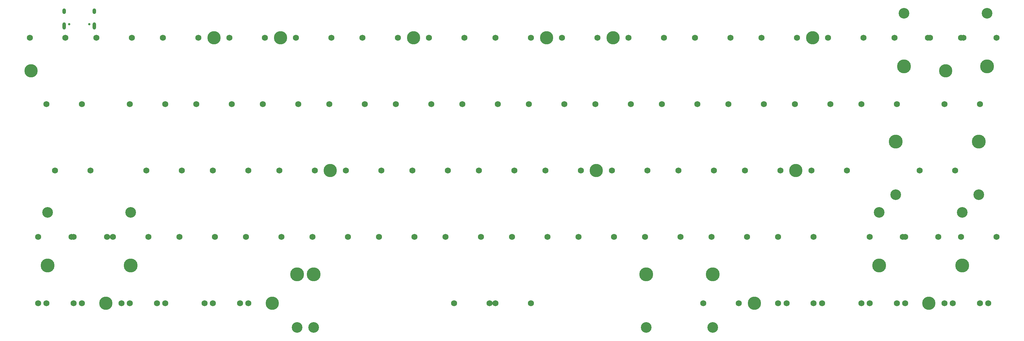
<source format=gbr>
%TF.GenerationSoftware,KiCad,Pcbnew,8.0.6*%
%TF.CreationDate,2024-12-01T17:55:37+07:00*%
%TF.ProjectId,Heart HE 60,48656172-7420-4484-9520-36302e6b6963,rev?*%
%TF.SameCoordinates,Original*%
%TF.FileFunction,Soldermask,Top*%
%TF.FilePolarity,Negative*%
%FSLAX46Y46*%
G04 Gerber Fmt 4.6, Leading zero omitted, Abs format (unit mm)*
G04 Created by KiCad (PCBNEW 8.0.6) date 2024-12-01 17:55:37*
%MOMM*%
%LPD*%
G01*
G04 APERTURE LIST*
%ADD10C,3.800000*%
%ADD11C,1.750000*%
%ADD12C,3.987800*%
%ADD13C,3.048000*%
%ADD14C,0.650000*%
%ADD15O,1.000000X1.600000*%
%ADD16O,1.000000X2.100000*%
G04 APERTURE END LIST*
D10*
%TO.C,H11*%
X219075000Y0D03*
%TD*%
%TO.C,H13*%
X214312500Y-38100000D03*
%TD*%
%TO.C,H14*%
X64293750Y-76200000D03*
%TD*%
%TO.C,H10*%
X161925000Y0D03*
%TD*%
%TO.C,H4*%
X80962500Y-38100000D03*
%TD*%
%TO.C,H18*%
X257175000Y-9525000D03*
%TD*%
%TO.C,H6*%
X16668750Y-76200000D03*
%TD*%
%TO.C,H12*%
X-4762500Y-9525000D03*
%TD*%
%TO.C,H8*%
X142875000Y0D03*
%TD*%
%TO.C,H17*%
X252412500Y-76200000D03*
%TD*%
%TO.C,H9*%
X104775000Y0D03*
%TD*%
%TO.C,H15*%
X202406250Y-76200000D03*
%TD*%
%TO.C,H5*%
X66675000Y0D03*
%TD*%
%TO.C,H3*%
X47625000Y0D03*
%TD*%
%TO.C,H7*%
X157162500Y-38100000D03*
%TD*%
D11*
%TO.C,U25*%
X47942499Y-57150000D03*
X37782501Y-57150000D03*
%TD*%
%TO.C,U23*%
X52704999Y-19050000D03*
X42545001Y-19050000D03*
%TD*%
%TO.C,U30*%
X76517499Y-38100000D03*
X66357501Y-38100000D03*
%TD*%
%TO.C,U66*%
X190817499Y-38100000D03*
X180657501Y-38100000D03*
%TD*%
%TO.C,U75*%
X7461250Y-57150000D03*
X-2698750Y-57150000D03*
%TD*%
%TO.C,U72*%
X209867499Y-38100000D03*
X199707501Y-38100000D03*
%TD*%
%TO.C,U79*%
X219392499Y-57150000D03*
X209232501Y-57150000D03*
%TD*%
%TO.C,U68*%
X267017500Y-76200000D03*
X256857500Y-76200000D03*
%TD*%
%TO.C,U55*%
X143192499Y-57150000D03*
X133032501Y-57150000D03*
%TD*%
%TO.C,U82*%
X233679999Y0D03*
X223520001Y0D03*
%TD*%
%TO.C,U77*%
X224154999Y-19050000D03*
X213995001Y-19050000D03*
%TD*%
%TO.C,U58*%
X157479999Y0D03*
X147320001Y0D03*
%TD*%
%TO.C,U31*%
X66992499Y-57150000D03*
X56832501Y-57150000D03*
%TD*%
%TO.C,U89*%
X267017500Y-19050000D03*
X256857500Y-19050000D03*
%TD*%
%TO.C,U37*%
X86042499Y-57150000D03*
X75882501Y-57150000D03*
%TD*%
%TO.C,U18*%
X38417499Y-38100000D03*
X28257501Y-38100000D03*
%TD*%
%TO.C,U65*%
X186054999Y-19050000D03*
X175895001Y-19050000D03*
%TD*%
%TO.C,U10*%
X5079999Y0D03*
X-5079999Y0D03*
%TD*%
%TO.C,U26*%
X55086250Y-76200000D03*
X44926250Y-76200000D03*
%TD*%
%TO.C,U12*%
X12223750Y-38100000D03*
X2063750Y-38100000D03*
%TD*%
%TO.C,U83*%
X243204999Y-19050000D03*
X233045001Y-19050000D03*
%TD*%
D12*
%TO.C,U33*%
X23812500Y-65405000D03*
D13*
X23812500Y-50165000D03*
D11*
X16986250Y-57150000D03*
X6826250Y-57150000D03*
D12*
X0Y-65405000D03*
D13*
X0Y-50165000D03*
%TD*%
D11*
%TO.C,U17*%
X33654999Y-19050000D03*
X23495001Y-19050000D03*
%TD*%
D12*
%TO.C,U3*%
X269081250Y-8255000D03*
D13*
X269081250Y6985000D03*
D11*
X262255000Y0D03*
X252095000Y0D03*
D12*
X245268750Y-8255000D03*
D13*
X245268750Y6985000D03*
%TD*%
D11*
%TO.C,U34*%
X81279999Y0D03*
X71120001Y0D03*
%TD*%
%TO.C,U35*%
X90804999Y-19050000D03*
X80645001Y-19050000D03*
%TD*%
%TO.C,U6*%
X57467500Y-76200000D03*
X47307500Y-76200000D03*
%TD*%
%TO.C,U36*%
X95567499Y-38100000D03*
X85407501Y-38100000D03*
%TD*%
%TO.C,U70*%
X195579999Y0D03*
X185420001Y0D03*
%TD*%
%TO.C,U8*%
X219392500Y-76200000D03*
X209232500Y-76200000D03*
%TD*%
%TO.C,U43*%
X105092499Y-57150000D03*
X94932501Y-57150000D03*
%TD*%
%TO.C,U15*%
X197961250Y-76200000D03*
X187801250Y-76200000D03*
%TD*%
%TO.C,U52*%
X138429999Y0D03*
X128270001Y0D03*
%TD*%
%TO.C,U97*%
X271779999Y-57150000D03*
X261620001Y-57150000D03*
%TD*%
%TO.C,U22*%
X43179999Y0D03*
X33020001Y0D03*
%TD*%
%TO.C,U5*%
X33655000Y-76200000D03*
X23495000Y-76200000D03*
%TD*%
%TO.C,U67*%
X181292499Y-57150000D03*
X171132501Y-57150000D03*
%TD*%
%TO.C,U54*%
X152717499Y-38100000D03*
X142557501Y-38100000D03*
%TD*%
%TO.C,U53*%
X147954999Y-19050000D03*
X137795001Y-19050000D03*
%TD*%
%TO.C,U29*%
X71754999Y-19050000D03*
X61595001Y-19050000D03*
%TD*%
%TO.C,U14*%
X7461250Y-76200000D03*
X-2698750Y-76200000D03*
%TD*%
%TO.C,U40*%
X100329999Y0D03*
X90170001Y0D03*
%TD*%
%TO.C,U39*%
X243205000Y-76200000D03*
X233045000Y-76200000D03*
%TD*%
%TO.C,U47*%
X128904999Y-19050000D03*
X118745001Y-19050000D03*
%TD*%
%TO.C,U71*%
X205104999Y-19050000D03*
X194945001Y-19050000D03*
%TD*%
%TO.C,U80*%
X28892499Y-57150000D03*
X18732501Y-57150000D03*
%TD*%
D14*
%TO.C,USB1*%
X6160000Y3931000D03*
X11940000Y3931000D03*
D15*
X4730000Y7581000D03*
D16*
X4730000Y3401000D03*
D15*
X13370000Y7581000D03*
D16*
X13370000Y3401000D03*
%TD*%
D11*
%TO.C,U28*%
X62229999Y0D03*
X52070001Y0D03*
%TD*%
%TO.C,U94*%
X271779999Y0D03*
X261620001Y0D03*
%TD*%
%TO.C,U42*%
X114617499Y-38100000D03*
X104457501Y-38100000D03*
%TD*%
%TO.C,U4*%
X9842500Y-76200000D03*
X-317500Y-76200000D03*
%TD*%
%TO.C,U91*%
X245586250Y-57150000D03*
X235426250Y-57150000D03*
%TD*%
%TO.C,U11*%
X9842500Y-19050000D03*
X-317500Y-19050000D03*
%TD*%
%TO.C,U73*%
X200342499Y-57150000D03*
X190182501Y-57150000D03*
%TD*%
D12*
%TO.C,U57*%
X261937500Y-65405000D03*
D13*
X261937500Y-50165000D03*
D11*
X255111250Y-57150000D03*
X244951250Y-57150000D03*
D12*
X238125000Y-65405000D03*
D13*
X238125000Y-50165000D03*
%TD*%
D12*
%TO.C,U84*%
X266700001Y-29845000D03*
D13*
X266700000Y-45085000D03*
D11*
X259873749Y-38100000D03*
X249713751Y-38100000D03*
D13*
X242887500Y-45085000D03*
D12*
X242887499Y-29845000D03*
%TD*%
D11*
%TO.C,U41*%
X109854999Y-19050000D03*
X99695001Y-19050000D03*
%TD*%
%TO.C,U48*%
X133667499Y-38100000D03*
X123507501Y-38100000D03*
%TD*%
%TO.C,U60*%
X171767499Y-38100000D03*
X161607501Y-38100000D03*
%TD*%
%TO.C,U64*%
X176529999Y0D03*
X166370001Y0D03*
%TD*%
D13*
%TO.C,U7*%
X190500000Y-83185000D03*
D12*
X190500000Y-67945000D03*
D11*
X138430000Y-76200000D03*
X128270000Y-76200000D03*
D13*
X76200000Y-83185000D03*
D12*
X76200000Y-67945000D03*
%TD*%
D11*
%TO.C,U59*%
X167004999Y-19050000D03*
X156845001Y-19050000D03*
%TD*%
%TO.C,U78*%
X228917499Y-38100000D03*
X218757501Y-38100000D03*
%TD*%
%TO.C,U16*%
X24129999Y0D03*
X13970001Y0D03*
%TD*%
%TO.C,U88*%
X252729999Y0D03*
X242570001Y0D03*
%TD*%
%TO.C,U49*%
X124142499Y-57150000D03*
X113982501Y-57150000D03*
%TD*%
%TO.C,U20*%
X31273750Y-76200000D03*
X21113750Y-76200000D03*
%TD*%
%TO.C,U50*%
X245586250Y-76200000D03*
X235426250Y-76200000D03*
%TD*%
%TO.C,U61*%
X162242499Y-57150000D03*
X152082501Y-57150000D03*
%TD*%
D13*
%TO.C,U44*%
X171443650Y-83185000D03*
D12*
X171443650Y-67945000D03*
D11*
X126523750Y-76200000D03*
X116363750Y-76200000D03*
D13*
X71443850Y-83185000D03*
D12*
X71443850Y-67945000D03*
%TD*%
D11*
%TO.C,U46*%
X119379999Y0D03*
X109220001Y0D03*
%TD*%
%TO.C,U76*%
X214629999Y0D03*
X204470001Y0D03*
%TD*%
%TO.C,U21*%
X221773750Y-76200000D03*
X211613750Y-76200000D03*
%TD*%
%TO.C,U24*%
X57467499Y-38100000D03*
X47307501Y-38100000D03*
%TD*%
%TO.C,U74*%
X269398750Y-76200000D03*
X259238750Y-76200000D03*
%TD*%
M02*

</source>
